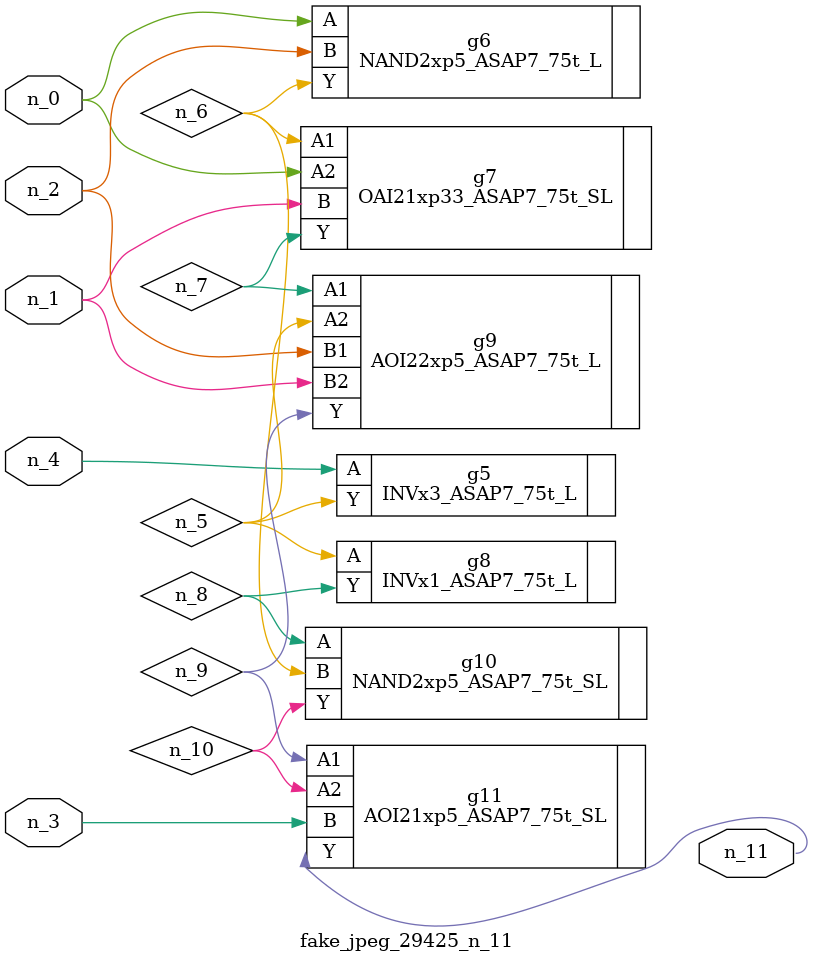
<source format=v>
module fake_jpeg_29425_n_11 (n_3, n_2, n_1, n_0, n_4, n_11);

input n_3;
input n_2;
input n_1;
input n_0;
input n_4;

output n_11;

wire n_10;
wire n_8;
wire n_9;
wire n_6;
wire n_5;
wire n_7;

INVx3_ASAP7_75t_L g5 ( 
.A(n_4),
.Y(n_5)
);

NAND2xp5_ASAP7_75t_L g6 ( 
.A(n_0),
.B(n_2),
.Y(n_6)
);

OAI21xp33_ASAP7_75t_SL g7 ( 
.A1(n_6),
.A2(n_0),
.B(n_1),
.Y(n_7)
);

AOI22xp5_ASAP7_75t_L g9 ( 
.A1(n_7),
.A2(n_5),
.B1(n_2),
.B2(n_1),
.Y(n_9)
);

INVx1_ASAP7_75t_L g8 ( 
.A(n_5),
.Y(n_8)
);

NAND2xp5_ASAP7_75t_SL g10 ( 
.A(n_8),
.B(n_6),
.Y(n_10)
);

AOI21xp5_ASAP7_75t_SL g11 ( 
.A1(n_9),
.A2(n_10),
.B(n_3),
.Y(n_11)
);


endmodule
</source>
